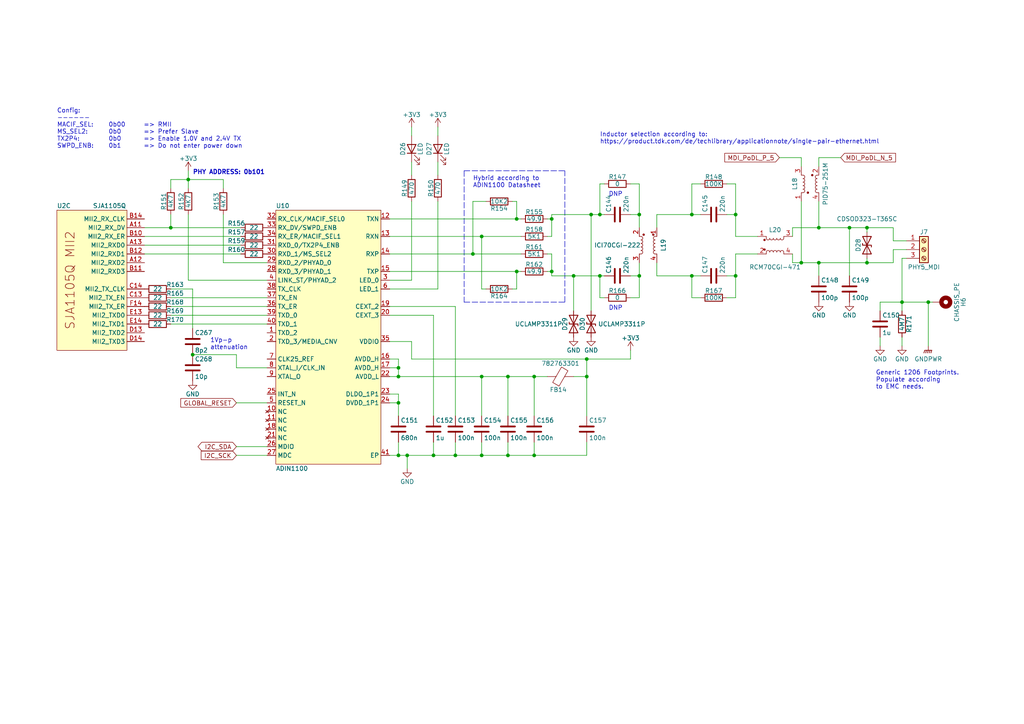
<source format=kicad_sch>
(kicad_sch (version 20211123) (generator eeschema)
  (paper "A4")
  (title_block (title "Open Hardware 10Base-T1L Switch") (date "2023-04-07") (rev "REV A") (company "Peter Heinrich") (comment 1 "Open Hardware License CERN-OHL-P v2") (comment 2 "https://github.com/peterheinrich/Open_10Base-T1L_Switch"))
  (lib_symbols
    (symbol "ADIN1100:ADIN1100"
      (property "Reference" "U" (at 0 1.27 0))
      (property "Value" "ADIN1100" (at 0 -74.93 0))
      (symbol "ADIN1100_1_1"
        (pin input line (at -2.54 -35.56 0) (length 2.54) (name "TXD_2") (number "1"))
        (pin no_connect line (at -2.54 -58.42 0) (length 2.54) (name "NC") (number "10"))
        (pin no_connect line (at -2.54 -60.96 0) (length 2.54) (name "NC") (number "11"))
        (pin bidirectional line (at 33.02 -2.54 180) (length 2.54) (name "TXN") (number "12"))
        (pin bidirectional line (at 33.02 -7.62 180) (length 2.54) (name "RXN") (number "13"))
        (pin bidirectional line (at 33.02 -12.7 180) (length 2.54) (name "RXP") (number "14"))
        (pin bidirectional line (at 33.02 -17.78 180) (length 2.54) (name "TXP") (number "15"))
        (pin power_in line (at 33.02 -43.18 180) (length 2.54) (name "AVDD_H") (number "16"))
        (pin power_in line (at 33.02 -45.72 180) (length 2.54) (name "AVDD_H") (number "17"))
        (pin no_connect line (at -2.54 -63.5 0) (length 2.54) (name "NC") (number "18"))
        (pin input line (at 33.02 -27.94 180) (length 2.54) (name "CEXT_2") (number "19"))
        (pin input line (at -2.54 -38.1 0) (length 2.54) (name "TXD_3/MEDIA_CNV") (number "2"))
        (pin input line (at 33.02 -30.48 180) (length 2.54) (name "CEXT_3") (number "20"))
        (pin no_connect line (at -2.54 -66.04 0) (length 2.54) (name "NC") (number "21"))
        (pin power_in line (at 33.02 -48.26 180) (length 2.54) (name "AVDD_L") (number "22"))
        (pin power_in line (at 33.02 -53.34 180) (length 2.54) (name "DLDO_1P1") (number "23"))
        (pin power_in line (at 33.02 -55.88 180) (length 2.54) (name "DVDD_1P1") (number "24"))
        (pin output line (at -2.54 -53.34 0) (length 2.54) (name "INT_N") (number "25"))
        (pin bidirectional line (at -2.54 -68.58 0) (length 2.54) (name "MDIO") (number "26"))
        (pin input line (at -2.54 -71.12 0) (length 2.54) (name "MDC") (number "27"))
        (pin output line (at -2.54 -17.78 0) (length 2.54) (name "RXD_3/PHYAD_1") (number "28"))
        (pin output line (at -2.54 -15.24 0) (length 2.54) (name "RXD_2/PHYAD_0") (number "29"))
        (pin output line (at 33.02 -20.32 180) (length 2.54) (name "LED_0") (number "3"))
        (pin output line (at -2.54 -12.7 0) (length 2.54) (name "RXD_1/MS_SEL2") (number "30"))
        (pin output line (at -2.54 -10.16 0) (length 2.54) (name "RXD_0/TX2P4_ENB") (number "31"))
        (pin output line (at -2.54 -2.54 0) (length 2.54) (name "RX_CLK/MACIF_SEL0") (number "32"))
        (pin output line (at -2.54 -5.08 0) (length 2.54) (name "RX_DV/SWPD_ENB") (number "33"))
        (pin output line (at -2.54 -7.62 0) (length 2.54) (name "RX_ER/MACIF_SEL1") (number "34"))
        (pin power_in line (at 33.02 -38.1 180) (length 2.54) (name "VDDIO") (number "35"))
        (pin input line (at -2.54 -27.94 0) (length 2.54) (name "TX_ER") (number "36"))
        (pin input line (at -2.54 -25.4 0) (length 2.54) (name "TX_EN") (number "37"))
        (pin output line (at -2.54 -22.86 0) (length 2.54) (name "TX_CLK") (number "38"))
        (pin input line (at -2.54 -30.48 0) (length 2.54) (name "TXD_0") (number "39"))
        (pin output line (at -2.54 -20.32 0) (length 2.54) (name "LINK_ST/PHYAD_2") (number "4"))
        (pin input line (at -2.54 -33.02 0) (length 2.54) (name "TXD_1") (number "40"))
        (pin power_in line (at 33.02 -71.12 180) (length 2.54) (name "EP") (number "41"))
        (pin input line (at -2.54 -55.88 0) (length 2.54) (name "RESET_N") (number "5"))
        (pin output line (at 33.02 -22.86 180) (length 2.54) (name "LED_1") (number "6"))
        (pin output line (at -2.54 -43.18 0) (length 2.54) (name "CLK25_REF") (number "7"))
        (pin input line (at -2.54 -45.72 0) (length 2.54) (name "XTAL_I/CLK_IN") (number "8"))
        (pin output line (at -2.54 -48.26 0) (length 2.54) (name "XTAL_O") (number "9"))
      )
    )
    (symbol "Connector:Screw_Terminal_01x03" (pin_names (offset 1.016) hide)
      (property "Reference" "J" (at 0 5.08 0))
      (property "Value" "Screw_Terminal_01x03" (at 0 -5.08 0))
      (symbol "Screw_Terminal_01x03_1_1"
        (pin passive line (at -5.08 2.54 0) (length 3.81) (name "Pin_1") (number "1"))
        (pin passive line (at -5.08 0 0) (length 3.81) (name "Pin_2") (number "2"))
        (pin passive line (at -5.08 -2.54 0) (length 3.81) (name "Pin_3") (number "3"))
      )
    )
    (symbol "Device:C" (pin_numbers hide) (pin_names (offset 0.254))
      (property "Reference" "C" (at 0.635 2.54 0))
      (property "Value" "C" (at 0.635 -2.54 0))
      (symbol "C_1_1"
        (pin passive line (at 0 3.81 270) (length 2.794) (name "~") (number "1"))
        (pin passive line (at 0 -3.81 90) (length 2.794) (name "~") (number "2"))
      )
    )
    (symbol "Device:D_TVS" (pin_numbers hide) (pin_names (offset 1.016) hide)
      (property "Reference" "D" (at 0 2.54 0))
      (property "Value" "D_TVS" (at 0 -2.54 0))
      (symbol "D_TVS_1_1"
        (pin passive line (at -3.81 0 0) (length 2.54) (name "A1") (number "1"))
        (pin passive line (at 3.81 0 180) (length 2.54) (name "A2") (number "2"))
      )
    )
    (symbol "Device:FerriteBead" (pin_numbers hide) (pin_names (offset 0))
      (property "Reference" "FB" (at -3.81 0.635 90))
      (property "Value" "FerriteBead" (at 3.81 0 90))
      (symbol "FerriteBead_1_1"
        (pin passive line (at 0 3.81 270) (length 2.54) (name "~") (number "1"))
        (pin passive line (at 0 -3.81 90) (length 2.54) (name "~") (number "2"))
      )
    )
    (symbol "Device:LED" (pin_numbers hide) (pin_names (offset 1.016) hide)
      (property "Reference" "D" (at 0 2.54 0))
      (property "Value" "LED" (at 0 -2.54 0))
      (symbol "LED_1_1"
        (pin passive line (at -3.81 0 0) (length 2.54) (name "K") (number "1"))
        (pin passive line (at 3.81 0 180) (length 2.54) (name "A") (number "2"))
      )
    )
    (symbol "Device:L_Coupled_1324" (pin_names (offset 0.254) hide)
      (property "Reference" "L" (at 0 4.445 0))
      (property "Value" "L_Coupled_1324" (at 0 -4.445 0))
      (symbol "L_Coupled_1324_1_1"
        (pin passive line (at -5.08 2.54 0) (length 2.54) (name "1") (number "1"))
        (pin passive line (at -5.08 -2.54 0) (length 2.54) (name "2") (number "2"))
        (pin passive line (at 5.08 2.54 180) (length 2.54) (name "3") (number "3"))
        (pin passive line (at 5.08 -2.54 180) (length 2.54) (name "4") (number "4"))
      )
    )
    (symbol "Device:L_Coupled_1423" (pin_names (offset 0.254) hide)
      (property "Reference" "L" (at 0 4.445 0))
      (property "Value" "L_Coupled_1423" (at 0 -4.445 0))
      (symbol "L_Coupled_1423_1_1"
        (pin passive line (at -5.08 2.54 0) (length 2.54) (name "1") (number "1"))
        (pin passive line (at -5.08 -2.54 0) (length 2.54) (name "2") (number "2"))
        (pin passive line (at 5.08 -2.54 180) (length 2.54) (name "3") (number "3"))
        (pin passive line (at 5.08 2.54 180) (length 2.54) (name "4") (number "4"))
      )
    )
    (symbol "Device:R" (pin_numbers hide) (pin_names (offset 0))
      (property "Reference" "R" (at 2.032 0 90))
      (property "Value" "R" (at 0 0 90))
      (symbol "R_1_1"
        (pin passive line (at 0 3.81 270) (length 1.27) (name "~") (number "1"))
        (pin passive line (at 0 -3.81 90) (length 1.27) (name "~") (number "2"))
      )
    )
    (symbol "L_differential_1324:L_Coupled_1324" (pin_names (offset 0.254) hide)
      (property "Reference" "L?" (at 0 4.445 0))
      (property "Value" "L_Coupled_1324" (at 0 -4.445 0))
      (symbol "L_Coupled_1324_1_1"
        (pin passive line (at -5.08 2.54 0) (length 2.54) (name "1") (number "1"))
        (pin passive line (at 5.08 -2.54 180) (length 2.54) (name "2") (number "2"))
        (pin passive line (at 5.08 2.54 180) (length 2.54) (name "3") (number "3"))
        (pin passive line (at -5.08 -2.54 0) (length 2.54) (name "4") (number "4"))
      )
    )
    (symbol "Mechanical:MountingHole_Pad" (pin_numbers hide) (pin_names (offset 1.016) hide)
      (property "Reference" "H" (at 0 6.35 0))
      (property "Value" "MountingHole_Pad" (at 0 4.445 0))
      (symbol "MountingHole_Pad_1_1"
        (pin input line (at 0 -2.54 90) (length 2.54) (name "1") (number "1"))
      )
    )
    (symbol "SJA1105Q:SJA1105Q"
      (property "Reference" "U" (at 0 1.27 0))
      (property "Value" "SJA1105Q" (at 15.24 1.27 0))
      (symbol "SJA1105Q_1_1"
        (text "SJA1105Q MII0" (at 3.81 -20.32 900) (effects (font (size 2.54 2.54))))
        (pin output line (at 25.4 -30.48 180) (length 5.08) (name "MII0_TXD0") (number "A2"))
        (pin output line (at 25.4 -27.94 180) (length 5.08) (name "MII0_TX_ER") (number "A3"))
        (pin output line (at 25.4 -33.02 180) (length 5.08) (name "MII0_TXD1") (number "B1"))
        (pin output line (at 25.4 -38.1 180) (length 5.08) (name "MII0_TXD3") (number "C1"))
        (pin output line (at 25.4 -35.56 180) (length 5.08) (name "MII0_TXD2") (number "C2"))
        (pin bidirectional line (at 25.4 -22.86 180) (length 5.08) (name "MII0_TX_CLK") (number "D1"))
        (pin output line (at 25.4 -25.4 180) (length 5.08) (name "MII0_TX_EN") (number "D2"))
        (pin input line (at 25.4 -10.16 180) (length 5.08) (name "MII0_RXD0") (number "E1"))
        (pin bidirectional line (at 25.4 -2.54 180) (length 5.08) (name "MII0_RX_CLK") (number "E2"))
        (pin input line (at 25.4 -15.24 180) (length 5.08) (name "MII0_RXD2") (number "F1"))
        (pin input line (at 25.4 -12.7 180) (length 5.08) (name "MII0_RXD1") (number "F2"))
        (pin input line (at 25.4 -5.08 180) (length 5.08) (name "MII0_RX_DV") (number "G1"))
        (pin input line (at 25.4 -17.78 180) (length 5.08) (name "MII0_RXD3") (number "G2"))
        (pin input line (at 25.4 -7.62 180) (length 5.08) (name "MII0_RX_ER") (number "H2"))
      )
      (symbol "SJA1105Q_2_1"
        (text "SJA1105Q MII1" (at 3.81 -20.32 900) (effects (font (size 2.54 2.54))))
        (pin output line (at 25.4 -27.94 180) (length 5.08) (name "MII1_TX_ER") (number "A10"))
        (pin input line (at 25.4 -5.08 180) (length 5.08) (name "MII1_RX_DV") (number "A4"))
        (pin input line (at 25.4 -15.24 180) (length 5.08) (name "MII1_RXD2") (number "A5"))
        (pin input line (at 25.4 -10.16 180) (length 5.08) (name "MII1_RXD0") (number "A6"))
        (pin bidirectional line (at 25.4 -22.86 180) (length 5.08) (name "MII1_TX_CLK") (number "A7"))
        (pin output line (at 25.4 -38.1 180) (length 5.08) (name "MII1_TXD3") (number "A8"))
        (pin output line (at 25.4 -33.02 180) (length 5.08) (name "MII1_TXD1") (number "A9"))
        (pin input line (at 25.4 -7.62 180) (length 5.08) (name "MII1_RX_ER") (number "B3"))
        (pin input line (at 25.4 -17.78 180) (length 5.08) (name "MII1_RXD3") (number "B4"))
        (pin input line (at 25.4 -12.7 180) (length 5.08) (name "MII1_RXD1") (number "B5"))
        (pin bidirectional line (at 25.4 -2.54 180) (length 5.08) (name "MII1_RX_CLK") (number "B6"))
        (pin output line (at 25.4 -25.4 180) (length 5.08) (name "MII1_TX_EN") (number "B7"))
        (pin output line (at 25.4 -35.56 180) (length 5.08) (name "MII1_TXD2") (number "B8"))
        (pin output line (at 25.4 -30.48 180) (length 5.08) (name "MII1_TXD0") (number "B9"))
      )
      (symbol "SJA1105Q_3_1"
        (text "SJA1105Q MII2" (at 3.81 -20.32 900) (effects (font (size 2.54 2.54))))
        (pin input line (at 25.4 -5.08 180) (length 5.08) (name "MII2_RX_DV") (number "A11"))
        (pin input line (at 25.4 -15.24 180) (length 5.08) (name "MII2_RXD2") (number "A12"))
        (pin input line (at 25.4 -10.16 180) (length 5.08) (name "MII2_RXD0") (number "A13"))
        (pin input line (at 25.4 -7.62 180) (length 5.08) (name "MII2_RX_ER") (number "B10"))
        (pin input line (at 25.4 -17.78 180) (length 5.08) (name "MII2_RXD3") (number "B11"))
        (pin input line (at 25.4 -12.7 180) (length 5.08) (name "MII2_RXD1") (number "B12"))
        (pin bidirectional line (at 25.4 -2.54 180) (length 5.08) (name "MII2_RX_CLK") (number "B14"))
        (pin output line (at 25.4 -25.4 180) (length 5.08) (name "MII2_TX_EN") (number "C13"))
        (pin bidirectional line (at 25.4 -22.86 180) (length 5.08) (name "MII2_TX_CLK") (number "C14"))
        (pin output line (at 25.4 -35.56 180) (length 5.08) (name "MII2_TXD2") (number "D13"))
        (pin output line (at 25.4 -38.1 180) (length 5.08) (name "MII2_TXD3") (number "D14"))
        (pin output line (at 25.4 -30.48 180) (length 5.08) (name "MII2_TXD0") (number "E13"))
        (pin output line (at 25.4 -33.02 180) (length 5.08) (name "MII2_TXD1") (number "E14"))
        (pin output line (at 25.4 -27.94 180) (length 5.08) (name "MII2_TX_ER") (number "F14"))
      )
      (symbol "SJA1105Q_4_1"
        (text "SJA1105Q MII3" (at 3.81 -20.32 900) (effects (font (size 2.54 2.54))))
        (pin input line (at 25.4 -7.62 180) (length 5.08) (name "MII3_RX_ER") (number "F13"))
        (pin input line (at 25.4 -17.78 180) (length 5.08) (name "MII3_RXD3") (number "G13"))
        (pin input line (at 25.4 -5.08 180) (length 5.08) (name "MII3_RX_DV") (number "G14"))
        (pin input line (at 25.4 -12.7 180) (length 5.08) (name "MII3_RXD1") (number "H13"))
        (pin input line (at 25.4 -15.24 180) (length 5.08) (name "MII3_RXD2") (number "H14"))
        (pin bidirectional line (at 25.4 -2.54 180) (length 5.08) (name "MII3_RX_CLK") (number "J13"))
        (pin input line (at 25.4 -10.16 180) (length 5.08) (name "MII3_RXD0") (number "J14"))
        (pin output line (at 25.4 -25.4 180) (length 5.08) (name "MII3_TX_EN") (number "K13"))
        (pin bidirectional line (at 25.4 -22.86 180) (length 5.08) (name "MII3_TX_CLK") (number "K14"))
        (pin output line (at 25.4 -35.56 180) (length 5.08) (name "MII3_TXD2") (number "L13"))
        (pin output line (at 25.4 -38.1 180) (length 5.08) (name "MII3_TXD3") (number "L14"))
        (pin output line (at 25.4 -30.48 180) (length 5.08) (name "MII3_TXD0") (number "M13"))
        (pin output line (at 25.4 -33.02 180) (length 5.08) (name "MII3_TXD1") (number "M14"))
        (pin output line (at 25.4 -27.94 180) (length 5.08) (name "MII3_TX_ER") (number "N14"))
      )
      (symbol "SJA1105Q_5_1"
        (text "SJA1105Q MII4" (at 3.81 -20.32 900) (effects (font (size 2.54 2.54))))
        (pin input line (at 25.4 -10.16 180) (length 5.08) (name "MII4_RXD0") (number "N10"))
        (pin input line (at 25.4 -15.24 180) (length 5.08) (name "MII4_RXD2") (number "N11"))
        (pin input line (at 25.4 -5.08 180) (length 5.08) (name "MII4_RX_DV") (number "N12"))
        (pin output line (at 25.4 -33.02 180) (length 5.08) (name "MII4_TXD1") (number "N7"))
        (pin output line (at 25.4 -38.1 180) (length 5.08) (name "MII4_TXD3") (number "N8"))
        (pin bidirectional line (at 25.4 -22.86 180) (length 5.08) (name "MII4_TX_CLK") (number "N9"))
        (pin bidirectional line (at 25.4 -2.54 180) (length 5.08) (name "MII4_RX_CLK") (number "P10"))
        (pin input line (at 25.4 -12.7 180) (length 5.08) (name "MII4_RXD1") (number "P11"))
        (pin input line (at 25.4 -17.78 180) (length 5.08) (name "MII4_RXD3") (number "P12"))
        (pin input line (at 25.4 -7.62 180) (length 5.08) (name "MII4_RX_ER") (number "P13"))
        (pin output line (at 25.4 -27.94 180) (length 5.08) (name "MII4_TX_ER") (number "P6"))
        (pin output line (at 25.4 -30.48 180) (length 5.08) (name "MII4_TXD0") (number "P7"))
        (pin output line (at 25.4 -35.56 180) (length 5.08) (name "MII4_TXD2") (number "P8"))
        (pin output line (at 25.4 -25.4 180) (length 5.08) (name "MII4_TX_EN") (number "P9"))
      )
      (symbol "SJA1105Q_6_1"
        (text "SJA1105Q CLK" (at 15.24 -17.78 900) (effects (font (size 2.54 2.54))))
        (pin output line (at -5.08 -2.54 0) (length 5.08) (name "CLK_OUT") (number "H1"))
        (pin input line (at -5.08 -20.32 0) (length 5.08) (name "OSC_IN") (number "K2"))
        (pin output line (at -5.08 -7.62 0) (length 5.08) (name "OSC_OUT") (number "L1"))
        (pin power_in line (at 33.02 -17.78 180) (length 5.08) (name "i.c.") (number "L4"))
        (pin input line (at 33.02 -2.54 180) (length 5.08) (name "TRST_N") (number "M1"))
        (pin input line (at 33.02 -10.16 180) (length 5.08) (name "TDI") (number "M2"))
        (pin input line (at 33.02 -12.7 180) (length 5.08) (name "TCK") (number "N1"))
        (pin output line (at 33.02 -7.62 180) (length 5.08) (name "TDO") (number "N3"))
        (pin bidirectional line (at -5.08 -33.02 0) (length 5.08) (name "PTP_CLK") (number "N4"))
        (pin input line (at 33.02 -25.4 180) (length 5.08) (name "SDI") (number "N5"))
        (pin input line (at 33.02 -30.48 180) (length 5.08) (name "SS_N") (number "N6"))
        (pin input line (at 33.02 -5.08 180) (length 5.08) (name "TMS") (number "P2"))
        (pin input line (at 33.02 -33.02 180) (length 5.08) (name "RST_N") (number "P3"))
        (pin output line (at 33.02 -27.94 180) (length 5.08) (name "SDO") (number "P4"))
        (pin input line (at 33.02 -22.86 180) (length 5.08) (name "SCK") (number "P5"))
      )
      (symbol "SJA1105Q_7_1"
        (text "SJA1105Q Power" (at 12.7 -48.26 900) (effects (font (size 2.54 2.54))))
        (pin power_in line (at -5.08 -2.54 0) (length 5.08) (name "VSS") (number "A1"))
        (pin power_in line (at 33.02 -88.9 180) (length 5.08) (name "VSS") (number "A14"))
        (pin power_in line (at 33.02 -83.82 180) (length 5.08) (name "VSS") (number "B13"))
        (pin power_in line (at 33.02 -48.26 180) (length 5.08) (name "VDDIO_MII2") (number "D10"))
        (pin power_in line (at 33.02 -50.8 180) (length 5.08) (name "VDDIO_MII2") (number "D11"))
        (pin power_in line (at 33.02 -33.02 180) (length 5.08) (name "VDDIO_MII0") (number "D4"))
        (pin power_in line (at 33.02 -40.64 180) (length 5.08) (name "VDDIO_MII1") (number "D5"))
        (pin power_in line (at 33.02 -7.62 180) (length 5.08) (name "VDD_CORE") (number "D6"))
        (pin power_in line (at 33.02 -43.18 180) (length 5.08) (name "VDDIO_MII1") (number "D7"))
        (pin power_in line (at 33.02 -45.72 180) (length 5.08) (name "VDDIO_MII1") (number "D8"))
        (pin power_in line (at 33.02 -12.7 180) (length 5.08) (name "VDD_CORE") (number "D9"))
        (pin power_in line (at -5.08 -91.44 0) (length 5.08) (name "VSS") (number "E10"))
        (pin power_in line (at 33.02 -53.34 180) (length 5.08) (name "VDDIO_MII2") (number "E11"))
        (pin power_in line (at 33.02 -35.56 180) (length 5.08) (name "VDDIO_MII0") (number "E4"))
        (pin power_in line (at -5.08 -12.7 0) (length 5.08) (name "VSS") (number "E5"))
        (pin power_in line (at -5.08 -27.94 0) (length 5.08) (name "VSS") (number "E6"))
        (pin power_in line (at -5.08 -43.18 0) (length 5.08) (name "VSS") (number "E7"))
        (pin power_in line (at -5.08 -60.96 0) (length 5.08) (name "VSS") (number "E8"))
        (pin power_in line (at -5.08 -76.2 0) (length 5.08) (name "VSS") (number "E9"))
        (pin power_in line (at -5.08 -93.98 0) (length 5.08) (name "VSS") (number "F10"))
        (pin power_in line (at 33.02 -17.78 180) (length 5.08) (name "VDD_CORE") (number "F11"))
        (pin power_in line (at 33.02 -2.54 180) (length 5.08) (name "VDD_CORE") (number "F4"))
        (pin power_in line (at -5.08 -15.24 0) (length 5.08) (name "VSS") (number "F5"))
        (pin power_in line (at -5.08 -30.48 0) (length 5.08) (name "VSS") (number "F6"))
        (pin power_in line (at -5.08 -45.72 0) (length 5.08) (name "VSS") (number "F7"))
        (pin power_in line (at -5.08 -63.5 0) (length 5.08) (name "VSS") (number "F8"))
        (pin power_in line (at -5.08 -78.74 0) (length 5.08) (name "VSS") (number "F9"))
        (pin power_in line (at -5.08 -96.52 0) (length 5.08) (name "VSS") (number "G10"))
        (pin power_in line (at 33.02 -55.88 180) (length 5.08) (name "VDDIO_MII3") (number "G11"))
        (pin power_in line (at 33.02 -38.1 180) (length 5.08) (name "VDDIO_MII0") (number "G4"))
        (pin power_in line (at -5.08 -17.78 0) (length 5.08) (name "VSS") (number "G5"))
        (pin power_in line (at -5.08 -33.02 0) (length 5.08) (name "VSS") (number "G6"))
        (pin power_in line (at -5.08 -48.26 0) (length 5.08) (name "VSS") (number "G7"))
        (pin power_in line (at -5.08 -66.04 0) (length 5.08) (name "VSS") (number "G8"))
        (pin power_in line (at -5.08 -81.28 0) (length 5.08) (name "VSS") (number "G9"))
        (pin power_in line (at 33.02 -76.2 180) (length 5.08) (name "VSS") (number "H10"))
        (pin power_in line (at 33.02 -58.42 180) (length 5.08) (name "VDDIO_MII3") (number "H11"))
        (pin power_in line (at 33.02 -27.94 180) (length 5.08) (name "VDDIO_CLO") (number "H4"))
        (pin power_in line (at -5.08 -20.32 0) (length 5.08) (name "VSS") (number "H5"))
        (pin power_in line (at -5.08 -35.56 0) (length 5.08) (name "VSS") (number "H6"))
        (pin power_in line (at -5.08 -50.8 0) (length 5.08) (name "VSS") (number "H7"))
        (pin power_in line (at -5.08 -68.58 0) (length 5.08) (name "VSS") (number "H8"))
        (pin power_in line (at -5.08 -83.82 0) (length 5.08) (name "VSS") (number "H9"))
        (pin power_in line (at 33.02 -25.4 180) (length 5.08) (name "VDDA_PLL") (number "J1"))
        (pin power_in line (at 33.02 -78.74 180) (length 5.08) (name "VSS") (number "J10"))
        (pin power_in line (at 33.02 -20.32 180) (length 5.08) (name "VDD_CORE") (number "J11"))
        (pin power_in line (at 33.02 -96.52 180) (length 5.08) (name "VSSA_PLL") (number "J2"))
        (pin power_in line (at 33.02 -5.08 180) (length 5.08) (name "VDD_CORE") (number "J4"))
        (pin power_in line (at -5.08 -22.86 0) (length 5.08) (name "VSS") (number "J5"))
        (pin power_in line (at -5.08 -38.1 0) (length 5.08) (name "VSS") (number "J6"))
        (pin power_in line (at -5.08 -53.34 0) (length 5.08) (name "VSS") (number "J7"))
        (pin power_in line (at -5.08 -71.12 0) (length 5.08) (name "VSS") (number "J8"))
        (pin power_in line (at -5.08 -86.36 0) (length 5.08) (name "VSS") (number "J9"))
        (pin power_in line (at 33.02 -22.86 180) (length 5.08) (name "VDDA_OSC") (number "K1"))
        (pin power_in line (at 33.02 -81.28 180) (length 5.08) (name "VSS") (number "K10"))
        (pin power_in line (at 33.02 -60.96 180) (length 5.08) (name "VDDIO_MII3") (number "K11"))
        (pin power_in line (at -5.08 -10.16 0) (length 5.08) (name "VSS") (number "K4"))
        (pin power_in line (at -5.08 -25.4 0) (length 5.08) (name "VSS") (number "K5"))
        (pin power_in line (at -5.08 -40.64 0) (length 5.08) (name "VSS") (number "K6"))
        (pin power_in line (at -5.08 -55.88 0) (length 5.08) (name "VSS") (number "K7"))
        (pin power_in line (at -5.08 -73.66 0) (length 5.08) (name "VSS") (number "K8"))
        (pin power_in line (at -5.08 -88.9 0) (length 5.08) (name "VSS") (number "K9"))
        (pin power_in line (at 33.02 -66.04 180) (length 5.08) (name "VDDIO_MII4") (number "L10"))
        (pin power_in line (at 33.02 -68.58 180) (length 5.08) (name "VDDIO_MII4") (number "L11"))
        (pin power_in line (at 33.02 -93.98 180) (length 5.08) (name "VSSA_OSC") (number "L2"))
        (pin power_in line (at 33.02 -30.48 180) (length 5.08) (name "VDDIO_HOST") (number "L5"))
        (pin power_in line (at 33.02 -10.16 180) (length 5.08) (name "VDD_CORE") (number "L6"))
        (pin power_in line (at -5.08 -58.42 0) (length 5.08) (name "VSS") (number "L7"))
        (pin power_in line (at 33.02 -63.5 180) (length 5.08) (name "VDDIO_MII4") (number "L8"))
        (pin power_in line (at 33.02 -15.24 180) (length 5.08) (name "VDD_CORE") (number "L9"))
        (pin power_in line (at 33.02 -86.36 180) (length 5.08) (name "VSS") (number "N13"))
        (pin power_in line (at -5.08 -7.62 0) (length 5.08) (name "VSS") (number "N2"))
        (pin power_in line (at -5.08 -5.08 0) (length 5.08) (name "VSS") (number "P1"))
        (pin power_in line (at 33.02 -91.44 180) (length 5.08) (name "VSS") (number "P14"))
      )
    )
    (symbol "power:+3V3" (power) (pin_names (offset 0))
      (property "Value" "+3V3" (at 0 3.556 0))
      (symbol "+3V3_1_1"
        (pin power_in line (at 0 0 90) (length 0) hide (name "+3V3") (number "1"))
      )
    )
    (symbol "power:GND" (power) (pin_names (offset 0))
      (property "Value" "GND" (at 0 -3.81 0))
      (symbol "GND_1_1"
        (pin power_in line (at 0 0 270) (length 0) hide (name "GND") (number "1"))
      )
    )
    (symbol "power:GNDPWR" (power) (pin_names (offset 0))
      (property "Value" "GNDPWR" (at 0 -3.302 0))
      (symbol "GNDPWR_1_1"
        (pin power_in line (at 0 0 270) (length 0) hide (name "GNDPWR") (number "1"))
      )
    )
  )
  (junction (at 170.18 109.22))
  (junction (at 139.7 132.08))
  (junction (at 115.57 109.22))
  (junction (at 166.37 80.01))
  (junction (at 269.24 87.63))
  (junction (at 154.94 132.08))
  (junction (at 139.7 109.22))
  (junction (at 118.11 132.08))
  (junction (at 115.57 132.08))
  (junction (at 170.18 104.14))
  (junction (at 115.57 116.84))
  (junction (at 185.42 62.23))
  (junction (at 149.86 63.5))
  (junction (at 54.61 52.07))
  (junction (at 213.36 62.23))
  (junction (at 55.88 102.87))
  (junction (at 49.53 66.04))
  (junction (at 237.49 66.04))
  (junction (at 139.7 68.58))
  (junction (at 125.73 132.08))
  (junction (at 137.16 73.66))
  (junction (at 200.66 80.01))
  (junction (at 251.46 76.2))
  (junction (at 200.66 62.23))
  (junction (at 171.45 62.23))
  (junction (at 185.42 80.01))
  (junction (at 232.41 76.2))
  (junction (at 154.94 109.22))
  (junction (at 147.32 109.22))
  (junction (at 213.36 80.01))
  (junction (at 147.32 132.08))
  (junction (at 261.62 87.63))
  (junction (at 160.02 78.74))
  (junction (at 237.49 76.2))
  (junction (at 251.46 66.04))
  (junction (at 246.38 66.04))
  (junction (at 149.86 78.74))
  (junction (at 173.99 80.01))
  (junction (at 115.57 106.68))
  (junction (at 132.08 132.08))
  (junction (at 160.02 63.5))
  (junction (at 173.99 62.23))
  (wire (pts (xy 147.32 120.65) (xy 147.32 109.22)))
  (wire (pts (xy 166.37 80.01) (xy 166.37 90.17)))
  (wire (pts (xy 170.18 104.14) (xy 170.18 109.22)))
  (wire (pts (xy 170.18 109.22) (xy 166.37 109.22)))
  (wire (pts (xy 269.24 87.63) (xy 261.62 87.63)))
  (wire (pts (xy 213.36 86.36) (xy 213.36 80.01)))
  (wire (pts (xy 139.7 68.58) (xy 151.13 68.58)))
  (wire (pts (xy 175.26 80.01) (xy 173.99 80.01)))
  (wire (pts (xy 190.5 62.23) (xy 190.5 66.04)))
  (wire (pts (xy 200.66 80.01) (xy 203.2 80.01)))
  (wire (pts (xy 170.18 109.22) (xy 170.18 120.65)))
  (wire (pts (xy 148.59 58.42) (xy 149.86 58.42)))
  (wire (pts (xy 68.58 116.84) (xy 77.47 116.84)))
  (wire (pts (xy 200.66 53.34) (xy 200.66 62.23)))
  (wire (pts (xy 49.53 83.82) (xy 55.88 83.82)))
  (wire (pts (xy 190.5 62.23) (xy 200.66 62.23)))
  (wire (pts (xy 127 83.82) (xy 127 58.42)))
  (wire (pts (xy 113.03 106.68) (xy 115.57 106.68)))
  (wire (pts (xy 132.08 88.9) (xy 132.08 120.65)))
  (wire (pts (xy 213.36 62.23) (xy 213.36 68.58)))
  (wire (pts (xy 125.73 120.65) (xy 125.73 91.44)))
  (wire (pts (xy 113.03 78.74) (xy 149.86 78.74)))
  (wire (pts (xy 115.57 116.84) (xy 115.57 120.65)))
  (wire (pts (xy 160.02 80.01) (xy 160.02 78.74)))
  (wire (pts (xy 154.94 109.22) (xy 158.75 109.22)))
  (wire (pts (xy 237.49 45.72) (xy 243.84 45.72)))
  (wire (pts (xy 125.73 91.44) (xy 113.03 91.44)))
  (wire (pts (xy 115.57 116.84) (xy 113.03 116.84)))
  (wire (pts (xy 119.38 36.83) (xy 119.38 39.37)))
  (wire (pts (xy 226.06 45.72) (xy 232.41 45.72)))
  (wire (pts (xy 54.61 49.53) (xy 54.61 52.07)))
  (wire (pts (xy 140.97 83.82) (xy 139.7 83.82)))
  (wire (pts (xy 173.99 80.01) (xy 166.37 80.01)))
  (wire (pts (xy 41.91 73.66) (xy 69.85 73.66)))
  (wire (pts (xy 170.18 104.14) (xy 182.88 104.14)))
  (wire (pts (xy 270.51 87.63) (xy 269.24 87.63)))
  (wire (pts (xy 229.87 76.2) (xy 232.41 76.2)))
  (wire (pts (xy 139.7 132.08) (xy 139.7 128.27)))
  (wire (pts (xy 139.7 132.08) (xy 147.32 132.08)))
  (wire (pts (xy 160.02 62.23) (xy 171.45 62.23)))
  (wire (pts (xy 259.08 72.39) (xy 259.08 76.2)))
  (wire (pts (xy 113.03 63.5) (xy 149.86 63.5)))
  (wire (pts (xy 113.03 73.66) (xy 137.16 73.66)))
  (wire (pts (xy 190.5 80.01) (xy 200.66 80.01)))
  (wire (pts (xy 210.82 62.23) (xy 213.36 62.23)))
  (wire (pts (xy 68.58 129.54) (xy 77.47 129.54)))
  (wire (pts (xy 158.75 68.58) (xy 160.02 68.58)))
  (wire (pts (xy 261.62 87.63) (xy 261.62 74.93)))
  (wire (pts (xy 149.86 78.74) (xy 149.86 83.82)))
  (polyline (pts (xy 134.62 49.53) (xy 134.62 87.63)))
  (wire (pts (xy 203.2 53.34) (xy 200.66 53.34)))
  (wire (pts (xy 77.47 76.2) (xy 64.77 76.2)))
  (wire (pts (xy 261.62 87.63) (xy 255.27 87.63)))
  (wire (pts (xy 255.27 97.79) (xy 255.27 100.33)))
  (wire (pts (xy 158.75 63.5) (xy 160.02 63.5)))
  (wire (pts (xy 125.73 132.08) (xy 125.73 128.27)))
  (wire (pts (xy 203.2 86.36) (xy 200.66 86.36)))
  (wire (pts (xy 68.58 132.08) (xy 77.47 132.08)))
  (wire (pts (xy 64.77 76.2) (xy 64.77 62.23)))
  (wire (pts (xy 251.46 66.04) (xy 259.08 66.04)))
  (wire (pts (xy 49.53 66.04) (xy 69.85 66.04)))
  (wire (pts (xy 182.88 86.36) (xy 185.42 86.36)))
  (wire (pts (xy 185.42 86.36) (xy 185.42 80.01)))
  (wire (pts (xy 119.38 46.99) (xy 119.38 50.8)))
  (wire (pts (xy 115.57 106.68) (xy 115.57 109.22)))
  (wire (pts (xy 158.75 78.74) (xy 160.02 78.74)))
  (wire (pts (xy 170.18 132.08) (xy 170.18 128.27)))
  (wire (pts (xy 261.62 74.93) (xy 262.89 74.93)))
  (wire (pts (xy 158.75 73.66) (xy 160.02 73.66)))
  (wire (pts (xy 77.47 81.28) (xy 54.61 81.28)))
  (wire (pts (xy 119.38 81.28) (xy 113.03 81.28)))
  (wire (pts (xy 68.58 106.68) (xy 77.47 106.68)))
  (wire (pts (xy 115.57 104.14) (xy 115.57 106.68)))
  (wire (pts (xy 55.88 102.87) (xy 68.58 102.87)))
  (wire (pts (xy 41.91 68.58) (xy 69.85 68.58)))
  (wire (pts (xy 154.94 132.08) (xy 154.94 128.27)))
  (wire (pts (xy 41.91 66.04) (xy 49.53 66.04)))
  (wire (pts (xy 49.53 91.44) (xy 77.47 91.44)))
  (wire (pts (xy 49.53 86.36) (xy 77.47 86.36)))
  (wire (pts (xy 259.08 69.85) (xy 259.08 66.04)))
  (wire (pts (xy 147.32 109.22) (xy 139.7 109.22)))
  (wire (pts (xy 213.36 53.34) (xy 213.36 62.23)))
  (wire (pts (xy 251.46 76.2) (xy 259.08 76.2)))
  (wire (pts (xy 113.03 114.3) (xy 115.57 114.3)))
  (wire (pts (xy 173.99 62.23) (xy 175.26 62.23)))
  (wire (pts (xy 246.38 66.04) (xy 251.46 66.04)))
  (wire (pts (xy 160.02 78.74) (xy 160.02 73.66)))
  (wire (pts (xy 149.86 78.74) (xy 151.13 78.74)))
  (wire (pts (xy 113.03 88.9) (xy 132.08 88.9)))
  (wire (pts (xy 115.57 128.27) (xy 115.57 132.08)))
  (wire (pts (xy 210.82 53.34) (xy 213.36 53.34)))
  (wire (pts (xy 232.41 76.2) (xy 237.49 76.2)))
  (wire (pts (xy 139.7 68.58) (xy 139.7 83.82)))
  (wire (pts (xy 154.94 120.65) (xy 154.94 109.22)))
  (wire (pts (xy 115.57 109.22) (xy 113.03 109.22)))
  (polyline (pts (xy 134.62 87.63) (xy 163.83 87.63)))
  (polyline (pts (xy 163.83 87.63) (xy 163.83 49.53)))
  (wire (pts (xy 49.53 52.07) (xy 54.61 52.07)))
  (wire (pts (xy 132.08 132.08) (xy 125.73 132.08)))
  (wire (pts (xy 115.57 132.08) (xy 118.11 132.08)))
  (wire (pts (xy 49.53 88.9) (xy 77.47 88.9)))
  (wire (pts (xy 137.16 73.66) (xy 151.13 73.66)))
  (wire (pts (xy 113.03 104.14) (xy 115.57 104.14)))
  (wire (pts (xy 261.62 97.79) (xy 261.62 100.33)))
  (wire (pts (xy 115.57 114.3) (xy 115.57 116.84)))
  (wire (pts (xy 210.82 86.36) (xy 213.36 86.36)))
  (wire (pts (xy 49.53 62.23) (xy 49.53 66.04)))
  (wire (pts (xy 213.36 73.66) (xy 213.36 80.01)))
  (wire (pts (xy 200.66 62.23) (xy 203.2 62.23)))
  (wire (pts (xy 219.71 68.58) (xy 213.36 68.58)))
  (wire (pts (xy 219.71 73.66) (xy 213.36 73.66)))
  (wire (pts (xy 237.49 58.42) (xy 237.49 66.04)))
  (wire (pts (xy 154.94 132.08) (xy 170.18 132.08)))
  (wire (pts (xy 55.88 83.82) (xy 55.88 95.25)))
  (wire (pts (xy 147.32 132.08) (xy 154.94 132.08)))
  (wire (pts (xy 182.88 80.01) (xy 185.42 80.01)))
  (wire (pts (xy 118.11 132.08) (xy 125.73 132.08)))
  (wire (pts (xy 118.11 132.08) (xy 118.11 135.89)))
  (wire (pts (xy 237.49 76.2) (xy 251.46 76.2)))
  (wire (pts (xy 113.03 99.06) (xy 119.38 99.06)))
  (wire (pts (xy 229.87 66.04) (xy 237.49 66.04)))
  (wire (pts (xy 182.88 62.23) (xy 185.42 62.23)))
  (wire (pts (xy 185.42 62.23) (xy 185.42 66.04)))
  (wire (pts (xy 171.45 62.23) (xy 171.45 90.17)))
  (wire (pts (xy 262.89 72.39) (xy 259.08 72.39)))
  (wire (pts (xy 160.02 62.23) (xy 160.02 63.5)))
  (wire (pts (xy 113.03 132.08) (xy 115.57 132.08)))
  (wire (pts (xy 229.87 76.2) (xy 229.87 73.66)))
  (wire (pts (xy 261.62 87.63) (xy 261.62 90.17)))
  (wire (pts (xy 154.94 109.22) (xy 147.32 109.22)))
  (wire (pts (xy 269.24 87.63) (xy 269.24 100.33)))
  (wire (pts (xy 119.38 104.14) (xy 170.18 104.14)))
  (wire (pts (xy 132.08 132.08) (xy 139.7 132.08)))
  (wire (pts (xy 139.7 109.22) (xy 115.57 109.22)))
  (polyline (pts (xy 134.62 49.53) (xy 163.83 49.53)))
  (wire (pts (xy 175.26 53.34) (xy 173.99 53.34)))
  (wire (pts (xy 137.16 58.42) (xy 137.16 73.66)))
  (wire (pts (xy 160.02 63.5) (xy 160.02 68.58)))
  (wire (pts (xy 173.99 86.36) (xy 173.99 80.01)))
  (wire (pts (xy 127 36.83) (xy 127 39.37)))
  (wire (pts (xy 213.36 80.01) (xy 210.82 80.01)))
  (wire (pts (xy 175.26 86.36) (xy 173.99 86.36)))
  (wire (pts (xy 190.5 80.01) (xy 190.5 76.2)))
  (wire (pts (xy 185.42 53.34) (xy 185.42 62.23)))
  (wire (pts (xy 127 46.99) (xy 127 50.8)))
  (wire (pts (xy 237.49 66.04) (xy 246.38 66.04)))
  (wire (pts (xy 139.7 120.65) (xy 139.7 109.22)))
  (wire (pts (xy 119.38 58.42) (xy 119.38 81.28)))
  (wire (pts (xy 251.46 66.04) (xy 251.46 67.31)))
  (wire (pts (xy 185.42 80.01) (xy 185.42 76.2)))
  (wire (pts (xy 182.88 53.34) (xy 185.42 53.34)))
  (wire (pts (xy 171.45 62.23) (xy 173.99 62.23)))
  (wire (pts (xy 147.32 132.08) (xy 147.32 128.27)))
  (wire (pts (xy 232.41 58.42) (xy 232.41 76.2)))
  (wire (pts (xy 232.41 45.72) (xy 232.41 48.26)))
  (wire (pts (xy 54.61 81.28) (xy 54.61 62.23)))
  (wire (pts (xy 182.88 104.14) (xy 182.88 101.6)))
  (wire (pts (xy 49.53 54.61) (xy 49.53 52.07)))
  (wire (pts (xy 237.49 48.26) (xy 237.49 45.72)))
  (wire (pts (xy 255.27 87.63) (xy 255.27 90.17)))
  (wire (pts (xy 119.38 99.06) (xy 119.38 104.14)))
  (wire (pts (xy 246.38 66.04) (xy 246.38 80.01)))
  (wire (pts (xy 160.02 80.01) (xy 166.37 80.01)))
  (wire (pts (xy 262.89 69.85) (xy 259.08 69.85)))
  (wire (pts (xy 140.97 58.42) (xy 137.16 58.42)))
  (wire (pts (xy 237.49 76.2) (xy 237.49 80.01)))
  (wire (pts (xy 113.03 68.58) (xy 139.7 68.58)))
  (wire (pts (xy 229.87 66.04) (xy 229.87 68.58)))
  (wire (pts (xy 200.66 86.36) (xy 200.66 80.01)))
  (wire (pts (xy 64.77 52.07) (xy 64.77 54.61)))
  (wire (pts (xy 132.08 128.27) (xy 132.08 132.08)))
  (wire (pts (xy 251.46 74.93) (xy 251.46 76.2)))
  (wire (pts (xy 148.59 83.82) (xy 149.86 83.82)))
  (wire (pts (xy 49.53 93.98) (xy 77.47 93.98)))
  (wire (pts (xy 54.61 54.61) (xy 54.61 52.07)))
  (wire (pts (xy 149.86 63.5) (xy 151.13 63.5)))
  (wire (pts (xy 173.99 53.34) (xy 173.99 62.23)))
  (wire (pts (xy 41.91 71.12) (xy 69.85 71.12)))
  (wire (pts (xy 149.86 58.42) (xy 149.86 63.5)))
  (wire (pts (xy 68.58 102.87) (xy 68.58 106.68)))
  (wire (pts (xy 54.61 52.07) (xy 64.77 52.07)))
  (wire (pts (xy 113.03 83.82) (xy 127 83.82)))
  (text "Config:\n------\nMACIF_SEL: 	0b00 	=> RMII\nMS_SEL2: 	0b0 	=> Prefer Slave\nTX2P4: 		0b0 	=> Enable 1.0V and 2.4V TX\nSWPD_ENB: 	0b1 	=> Do not enter power down" (at 16.51 43.18 0) (effects (font (size 1.27 1.27)) (justify left bottom)))
  (text "DNP" (at 176.53 57.15 0) (effects (font (size 1.27 1.27)) (justify left bottom)))
  (text "Generic 1206 Footprints.\nPopulate according \nto EMC needs." (at 254 113.03 0) (effects (font (size 1.27 1.27)) (justify left bottom)))
  (text "DNP" (at 176.53 90.17 0) (effects (font (size 1.27 1.27)) (justify left bottom)))
  (text "Hybrid according to\nADIN1100 Datasheet" (at 137.16 54.61 0) (effects (font (size 1.27 1.27)) (justify left bottom)))
  (text "1Vp-p\nattenuation" (at 60.96 101.6 0) (effects (font (size 1.27 1.27)) (justify left bottom)))
  (text "PHY ADDRESS: 0b101" (at 55.88 50.8 0) (effects (font (size 1.27 1.27) bold) (justify left bottom)))
  (text "Inductor selection according to:\nhttps://product.tdk.com/de/techlibrary/applicationnote/single-pair-ethernet.html" (at 173.99 41.91 0) (effects (font (size 1.27 1.27)) (justify left bottom)))
  (global_label "MDI_PoDL_P_5" (shape input) (at 226.06 45.72 180) (property "Intersheet References" "${INTERSHEET_REFS}" (effects hide)))
  (global_label "I2C_SDA" (shape bidirectional) (at 68.58 129.54 180) (property "Intersheet References" "${INTERSHEET_REFS}" (effects hide)))
  (global_label "MDI_PoDL_N_5" (shape input) (at 243.84 45.72 0) (property "Intersheet References" "${INTERSHEET_REFS}" (effects hide)))
  (global_label "GLOBAL_RESET" (shape input) (at 68.58 116.84 180) (property "Intersheet References" "${INTERSHEET_REFS}" (effects hide)))
  (global_label "I2C_SCK" (shape input) (at 68.58 132.08 180) (property "Intersheet References" "${INTERSHEET_REFS}" (effects hide)))
  (symbol (lib_id "Mechanical:MountingHole_Pad") (at 273.05 87.63 270) (unit 1)
    (property "Reference" "H6" (at 279.4 87.63 0))
    (property "Value" "CHASSIS_PE" (at 277.495 87.63 0))
    (property "Footprint" "MountingHole:MountingHole_3.2mm_M3_Pad_Via" (effects hide))
  )
  (symbol (lib_id "Device:R") (at 154.94 68.58 90) (unit 1)
    (property "Reference" "R158" (at 154.94 66.548 90))
    (property "Value" "5K1" (at 154.94 68.58 90))
    (property "Footprint" "Resistor_SMD:R_0603_1608Metric" (effects hide))
  )
  (symbol (lib_id "Device:R") (at 45.72 88.9 90) (unit 1)
    (property "Reference" "R168" (at 50.8 87.63 90))
    (property "Value" "22" (at 45.72 88.9 90))
    (property "Footprint" "Resistor_SMD:R_0603_1608Metric" (effects hide))
  )
  (symbol (lib_id "Device:C") (at 246.38 83.82 0) (unit 1)
    (property "Reference" "C149" (at 247.015 81.28 0) (effects (justify left)))
    (property "Value" "100p" (at 247.015 86.36 0) (effects (justify left)))
    (property "Footprint" "Capacitor_SMD:C_0805_2012Metric" (effects hide))
  )
  (symbol (lib_id "power:GND") (at 255.27 100.33 0) (unit 1)
    (property "Reference" "#PWR0151" (effects hide))
    (property "Value" "GND" (at 255.27 104.14 0))
  )
  (symbol (lib_id "Device:R") (at 207.01 86.36 90) (unit 1)
    (property "Reference" "R167" (at 207.01 84.328 90))
    (property "Value" "100K" (at 207.01 86.36 90))
    (property "Footprint" "Resistor_SMD:R_0805_2012Metric" (effects hide))
  )
  (symbol (lib_id "power:GND") (at 166.37 97.79 0) (unit 1)
    (property "Reference" "#PWR0147" (effects hide))
    (property "Value" "GND" (at 166.37 101.6 0))
  )
  (symbol (lib_id "Device:D_TVS") (at 171.45 93.98 90) (unit 1)
    (property "Reference" "D30" (at 168.91 93.98 0))
    (property "Value" "UCLAMP3311P" (at 180.34 93.98 90))
    (property "Footprint" "UCLAMP3311P:SLP1006P2" (effects hide))
  )
  (symbol (lib_id "Device:C") (at 179.07 80.01 90) (unit 1)
    (property "Reference" "C146" (at 176.53 79.375 0) (effects (justify left)))
    (property "Value" "220n" (at 181.61 79.375 0) (effects (justify left)))
    (property "Footprint" "Capacitor_SMD:C_0805_2012Metric" (effects hide))
  )
  (symbol (lib_id "Device:R") (at 54.61 58.42 180) (unit 1)
    (property "Reference" "R152" (at 52.578 58.42 90))
    (property "Value" "4K7" (at 54.61 58.42 90))
    (property "Footprint" "Resistor_SMD:R_0603_1608Metric" (effects hide))
  )
  (symbol (lib_id "Device:R") (at 64.77 58.42 180) (unit 1)
    (property "Reference" "R153" (at 62.738 58.42 90))
    (property "Value" "4K7" (at 64.77 58.42 90))
    (property "Footprint" "Resistor_SMD:R_0603_1608Metric" (effects hide))
  )
  (symbol (lib_id "Device:C") (at 207.01 62.23 90) (unit 1)
    (property "Reference" "C145" (at 204.47 61.595 0) (effects (justify left)))
    (property "Value" "220n" (at 209.55 61.595 0) (effects (justify left)))
    (property "Footprint" "Capacitor_SMD:C_0805_2012Metric" (effects hide))
  )
  (symbol (lib_id "power:GND") (at 171.45 97.79 0) (unit 1)
    (property "Reference" "#PWR0148" (effects hide))
    (property "Value" "GND" (at 171.45 101.6 0))
  )
  (symbol (lib_id "Device:C") (at 207.01 80.01 90) (unit 1)
    (property "Reference" "C147" (at 204.47 79.375 0) (effects (justify left)))
    (property "Value" "220n" (at 209.55 79.375 0) (effects (justify left)))
    (property "Footprint" "Capacitor_SMD:C_0805_2012Metric" (effects hide))
  )
  (symbol (lib_id "Device:R") (at 45.72 93.98 90) (unit 1)
    (property "Reference" "R170" (at 50.8 92.71 90))
    (property "Value" "22" (at 45.72 93.98 90))
    (property "Footprint" "Resistor_SMD:R_0603_1608Metric" (effects hide))
  )
  (symbol (lib_id "Device:C") (at 132.08 124.46 0) (unit 1)
    (property "Reference" "C153" (at 132.715 121.92 0) (effects (justify left)))
    (property "Value" "100n" (at 132.715 127 0) (effects (justify left)))
    (property "Footprint" "Capacitor_SMD:C_0603_1608Metric" (effects hide))
  )
  (symbol (lib_id "SJA1105Q:SJA1105Q") (at 16.51 60.96 0) (unit 3)
    (property "Reference" "U2" (at 16.51 59.69 0) (effects (justify left)))
    (property "Value" "SJA1105Q" (at 31.75 59.69 0))
    (property "Footprint" "SJA1105Q:LFBGA_12x12mm_P0.8mm" (effects hide))
    (property "Datasheet" "https://www.nxp.com/docs/en/data-sheet/SJA1105PQRS.pdf" (effects hide))
  )
  (symbol (lib_id "Device:R") (at 127 54.61 180) (unit 1)
    (property "Reference" "R150" (at 124.968 54.61 90))
    (property "Value" "470" (at 127 54.61 90))
    (property "Footprint" "Resistor_SMD:R_0603_1608Metric" (effects hide))
  )
  (symbol (lib_id "power:+3V3") (at 182.88 101.6 0) (unit 1)
    (property "Reference" "#PWR0154" (effects hide))
    (property "Value" "+3V3" (at 182.88 98.044 0))
  )
  (symbol (lib_id "Device:C") (at 125.73 124.46 0) (unit 1)
    (property "Reference" "C152" (at 126.365 121.92 0) (effects (justify left)))
    (property "Value" "1u" (at 126.365 127 0) (effects (justify left)))
    (property "Footprint" "Capacitor_SMD:C_0603_1608Metric" (effects hide))
  )
  (symbol (lib_id "Device:R") (at 73.66 73.66 90) (unit 1)
    (property "Reference" "R160" (at 68.58 72.39 90))
    (property "Value" "22" (at 73.66 73.66 90))
    (property "Footprint" "Resistor_SMD:R_0603_1608Metric" (effects hide))
  )
  (symbol (lib_id "Device:C") (at 154.94 124.46 0) (unit 1)
    (property "Reference" "C156" (at 155.575 121.92 0) (effects (justify left)))
    (property "Value" "100n" (at 155.575 127 0) (effects (justify left)))
    (property "Footprint" "Capacitor_SMD:C_0603_1608Metric" (effects hide))
  )
  (symbol (lib_id "Device:L_Coupled_1324") (at 224.79 71.12 0) (unit 1)
    (property "Reference" "L20" (at 224.79 66.675 0))
    (property "Value" "RCM70CGI-471" (at 224.79 77.47 0))
    (property "Footprint" "ICI70CGI:ICI70CGI" (effects hide))
    (property "Datasheet" "https://product.tdk.com/system/files/dam/doc/product/transformer/transformer/lan/data_sheet/30/ds/lan_mod/rcm70cgi.pdf" (effects hide))
  )
  (symbol (lib_id "L_differential_1324:L_Coupled_1324") (at 234.95 53.34 90) (unit 1)
    (property "Reference" "L18" (at 230.505 53.34 0))
    (property "Value" "PID75-251M" (at 239.395 53.34 0))
    (property "Footprint" "PID75:PID75-251M" (effects hide))
    (property "Datasheet" "https://product.tdk.com/system/files/dam/doc/product/inductor/inductor/smd/data_sheet/30/db/ind_2008/pidx251m.pdf" (effects hide))
  )
  (symbol (lib_id "power:GND") (at 261.62 100.33 0) (unit 1)
    (property "Reference" "#PWR0152" (effects hide))
    (property "Value" "GND" (at 261.62 104.14 0))
  )
  (symbol (lib_id "Device:R") (at 73.66 66.04 90) (unit 1)
    (property "Reference" "R156" (at 68.58 64.77 90))
    (property "Value" "22" (at 73.66 66.04 90))
    (property "Footprint" "Resistor_SMD:R_0603_1608Metric" (effects hide))
  )
  (symbol (lib_id "Device:R") (at 73.66 68.58 90) (unit 1)
    (property "Reference" "R157" (at 68.58 67.31 90))
    (property "Value" "22" (at 73.66 68.58 90))
    (property "Footprint" "Resistor_SMD:R_0603_1608Metric" (effects hide))
  )
  (symbol (lib_id "power:GND") (at 55.88 110.49 0) (unit 1)
    (property "Reference" "#PWR0253" (effects hide))
    (property "Value" "GND" (at 55.88 114.3 0))
  )
  (symbol (lib_id "Device:C") (at 179.07 62.23 90) (unit 1)
    (property "Reference" "C144" (at 176.53 61.595 0) (effects (justify left)))
    (property "Value" "220n" (at 181.61 61.595 0) (effects (justify left)))
    (property "Footprint" "Capacitor_SMD:C_0805_2012Metric" (effects hide))
  )
  (symbol (lib_id "Device:R") (at 45.72 91.44 90) (unit 1)
    (property "Reference" "R169" (at 50.8 90.17 90))
    (property "Value" "22" (at 45.72 91.44 90))
    (property "Footprint" "Resistor_SMD:R_0603_1608Metric" (effects hide))
  )
  (symbol (lib_id "Device:D_TVS") (at 251.46 71.12 90) (unit 1)
    (property "Reference" "D28" (at 248.92 71.12 0))
    (property "Value" "CDSOD323-T36SC" (at 251.46 63.5 90))
    (property "Footprint" "Diode_SMD:D_SOD-323" (effects hide))
  )
  (symbol (lib_id "Device:R") (at 179.07 53.34 90) (unit 1)
    (property "Reference" "R147" (at 179.07 51.308 90))
    (property "Value" "0" (at 179.07 53.34 90))
    (property "Footprint" "Resistor_SMD:R_0805_2012Metric" (effects hide))
  )
  (symbol (lib_id "ADIN1100:ADIN1100") (at 80.01 60.96 0) (unit 1)
    (property "Reference" "U10" (at 80.01 59.69 0) (effects (justify left)))
    (property "Value" "ADIN1100" (at 80.01 135.89 0) (effects (justify left)))
    (property "Footprint" "ADIN1100:LFCSP-40_EP_TheramVias" (effects hide))
    (property "Datasheet" "https://www.analog.com/media/en/technical-documentation/data-sheets/adin1100.pdf" (effects hide))
  )
  (symbol (lib_id "Device:D_TVS") (at 166.37 93.98 90) (unit 1)
    (property "Reference" "D29" (at 163.83 93.98 0))
    (property "Value" "UCLAMP3311P" (at 156.21 93.98 90))
    (property "Footprint" "UCLAMP3311P:SLP1006P2" (effects hide))
  )
  (symbol (lib_id "Device:C") (at 139.7 124.46 0) (unit 1)
    (property "Reference" "C154" (at 140.335 121.92 0) (effects (justify left)))
    (property "Value" "100n" (at 140.335 127 0) (effects (justify left)))
    (property "Footprint" "Capacitor_SMD:C_0603_1608Metric" (effects hide))
  )
  (symbol (lib_id "Device:R") (at 154.94 73.66 90) (unit 1)
    (property "Reference" "R161" (at 154.94 71.628 90))
    (property "Value" "5K1" (at 154.94 73.66 90))
    (property "Footprint" "Resistor_SMD:R_0603_1608Metric" (effects hide))
  )
  (symbol (lib_id "Device:R") (at 49.53 58.42 180) (unit 1)
    (property "Reference" "R151" (at 47.498 58.42 90))
    (property "Value" "4K7" (at 49.53 58.42 90))
    (property "Footprint" "Resistor_SMD:R_0603_1608Metric" (effects hide))
  )
  (symbol (lib_id "Device:C") (at 55.88 106.68 0) (unit 1)
    (property "Reference" "C268" (at 56.515 104.14 0) (effects (justify left)))
    (property "Value" "10p" (at 56.515 109.22 0) (effects (justify left)))
    (property "Footprint" "Capacitor_SMD:C_0603_1608Metric" (effects hide))
  )
  (symbol (lib_id "Device:R") (at 45.72 83.82 90) (unit 1)
    (property "Reference" "R163" (at 50.8 82.55 90))
    (property "Value" "22" (at 45.72 83.82 90))
    (property "Footprint" "Resistor_SMD:R_0603_1608Metric" (effects hide))
  )
  (symbol (lib_id "Device:R") (at 73.66 71.12 90) (unit 1)
    (property "Reference" "R159" (at 68.58 69.85 90))
    (property "Value" "22" (at 73.66 71.12 90))
    (property "Footprint" "Resistor_SMD:R_0603_1608Metric" (effects hide))
  )
  (symbol (lib_id "power:GNDPWR") (at 269.24 100.33 0) (unit 1)
    (property "Reference" "#PWR0153" (effects hide))
    (property "Value" "GNDPWR" (at 269.24 104.14 0))
  )
  (symbol (lib_id "power:GND") (at 118.11 135.89 0) (unit 1)
    (property "Reference" "#PWR0155" (effects hide))
    (property "Value" "GND" (at 118.11 139.7 0))
  )
  (symbol (lib_id "Device:LED") (at 127 43.18 90) (unit 1)
    (property "Reference" "D27" (at 124.46 43.18 0))
    (property "Value" "LED" (at 129.54 43.18 0))
    (property "Footprint" "LED_SMD:LED_0603_1608Metric" (effects hide))
  )
  (symbol (lib_id "Device:R") (at 179.07 86.36 90) (unit 1)
    (property "Reference" "R166" (at 179.07 84.328 90))
    (property "Value" "0" (at 179.07 86.36 90))
    (property "Footprint" "Resistor_SMD:R_0805_2012Metric" (effects hide))
  )
  (symbol (lib_id "Device:R") (at 144.78 83.82 270) (unit 1)
    (property "Reference" "R164" (at 144.78 85.852 90))
    (property "Value" "10K2" (at 144.78 83.82 90))
    (property "Footprint" "Resistor_SMD:R_0603_1608Metric" (effects hide))
  )
  (symbol (lib_id "power:GND") (at 246.38 87.63 0) (unit 1)
    (property "Reference" "#PWR0150" (effects hide))
    (property "Value" "GND" (at 246.38 91.44 0))
  )
  (symbol (lib_id "Device:C") (at 147.32 124.46 0) (unit 1)
    (property "Reference" "C155" (at 147.955 121.92 0) (effects (justify left)))
    (property "Value" "100n" (at 147.955 127 0) (effects (justify left)))
    (property "Footprint" "Capacitor_SMD:C_0603_1608Metric" (effects hide))
  )
  (symbol (lib_id "Device:C") (at 170.18 124.46 0) (unit 1)
    (property "Reference" "C157" (at 170.815 121.92 0) (effects (justify left)))
    (property "Value" "100n" (at 170.815 127 0) (effects (justify left)))
    (property "Footprint" "Capacitor_SMD:C_0603_1608Metric" (effects hide))
  )
  (symbol (lib_id "Device:R") (at 154.94 63.5 90) (unit 1)
    (property "Reference" "R155" (at 154.94 61.468 90))
    (property "Value" "49.9" (at 154.94 63.5 90))
    (property "Footprint" "Resistor_SMD:R_0603_1608Metric" (effects hide))
  )
  (symbol (lib_id "Device:R") (at 207.01 53.34 90) (unit 1)
    (property "Reference" "R148" (at 207.01 51.308 90))
    (property "Value" "100K" (at 207.01 53.34 90))
    (property "Footprint" "Resistor_SMD:R_0805_2012Metric" (effects hide))
  )
  (symbol (lib_id "Device:R") (at 119.38 54.61 180) (unit 1)
    (property "Reference" "R149" (at 117.348 54.61 90))
    (property "Value" "470" (at 119.38 54.61 90))
    (property "Footprint" "Resistor_SMD:R_0603_1608Metric" (effects hide))
  )
  (symbol (lib_id "Device:R") (at 261.62 93.98 0) (unit 1)
    (property "Reference" "R171" (at 263.652 93.98 90))
    (property "Value" "4M7" (at 261.62 93.98 90))
    (property "Footprint" "Resistor_SMD:R_1206_3216Metric" (effects hide))
  )
  (symbol (lib_id "Device:R") (at 144.78 58.42 270) (unit 1)
    (property "Reference" "R154" (at 144.78 60.452 90))
    (property "Value" "10K2" (at 144.78 58.42 90))
    (property "Footprint" "Resistor_SMD:R_0603_1608Metric" (effects hide))
  )
  (symbol (lib_id "power:+3V3") (at 127 36.83 0) (unit 1)
    (property "Reference" "#PWR0145" (effects hide))
    (property "Value" "+3V3" (at 127 33.274 0))
  )
  (symbol (lib_id "Device:FerriteBead") (at 162.56 109.22 90) (unit 1)
    (property "Reference" "FB14" (at 161.925 113.03 90))
    (property "Value" "782763301" (at 162.56 105.41 90))
    (property "Footprint" "Inductor_SMD:L_1206_3216Metric" (effects hide))
  )
  (symbol (lib_id "Device:C") (at 115.57 124.46 0) (unit 1)
    (property "Reference" "C151" (at 116.205 121.92 0) (effects (justify left)))
    (property "Value" "680n" (at 116.205 127 0) (effects (justify left)))
    (property "Footprint" "Capacitor_SMD:C_0603_1608Metric" (effects hide))
  )
  (symbol (lib_id "Device:C") (at 55.88 99.06 0) (unit 1)
    (property "Reference" "C267" (at 56.515 96.52 0) (effects (justify left)))
    (property "Value" "8p2" (at 56.515 101.6 0) (effects (justify left)))
    (property "Footprint" "Capacitor_SMD:C_0603_1608Metric" (effects hide))
  )
  (symbol (lib_id "Device:L_Coupled_1423") (at 187.96 71.12 270) (unit 1)
    (property "Reference" "L19" (at 192.405 71.12 0))
    (property "Value" "ICI70CGI-222" (at 179.07 71.12 90))
    (property "Footprint" "ICI70CGI:ICI70CGI" (effects hide))
    (property "Datasheet" "https://product.tdk.com/system/files/dam/doc/product/transformer/transformer/lan/data_sheet/30/ds/lan_mod/ici70cgi.pdf" (effects hide))
  )
  (symbol (lib_id "Device:R") (at 45.72 86.36 90) (unit 1)
    (property "Reference" "R165" (at 50.8 85.09 90))
    (property "Value" "22" (at 45.72 86.36 90))
    (property "Footprint" "Resistor_SMD:R_0603_1608Metric" (effects hide))
  )
  (symbol (lib_id "Device:C") (at 255.27 93.98 0) (unit 1)
    (property "Reference" "C150" (at 255.905 91.44 0) (effects (justify left)))
    (property "Value" "1u" (at 255.905 96.52 0) (effects (justify left)))
    (property "Footprint" "Capacitor_SMD:C_1206_3216Metric" (effects hide))
  )
  (symbol (lib_id "Connector:Screw_Terminal_01x03") (at 267.97 72.39 0) (unit 1)
    (property "Reference" "J7" (at 267.97 67.31 0))
    (property "Value" "PHY5_MDI" (at 267.97 77.47 0))
    (property "Footprint" "TerminalBlock_RND:TerminalBlock_RND_205-00288_1x03_P5.08mm_Horizontal" (effects hide))
  )
  (symbol (lib_id "Device:R") (at 154.94 78.74 90) (unit 1)
    (property "Reference" "R162" (at 154.94 76.708 90))
    (property "Value" "49.9" (at 154.94 78.74 90))
    (property "Footprint" "Resistor_SMD:R_0603_1608Metric" (effects hide))
  )
  (symbol (lib_id "power:+3V3") (at 119.38 36.83 0) (unit 1)
    (property "Reference" "#PWR0144" (effects hide))
    (property "Value" "+3V3" (at 119.38 33.274 0))
  )
  (symbol (lib_id "power:+3V3") (at 54.61 49.53 0) (unit 1)
    (property "Reference" "#PWR0146" (effects hide))
    (property "Value" "+3V3" (at 54.61 45.974 0))
  )
  (symbol (lib_id "power:GND") (at 237.49 87.63 0) (unit 1)
    (property "Reference" "#PWR0149" (effects hide))
    (property "Value" "GND" (at 237.49 91.44 0))
  )
  (symbol (lib_id "Device:LED") (at 119.38 43.18 90) (unit 1)
    (property "Reference" "D26" (at 116.84 43.18 0))
    (property "Value" "LED" (at 121.92 43.18 0))
    (property "Footprint" "LED_SMD:LED_0603_1608Metric" (effects hide))
  )
  (symbol (lib_id "Device:C") (at 237.49 83.82 0) (unit 1)
    (property "Reference" "C148" (at 238.125 81.28 0) (effects (justify left)))
    (property "Value" "100p" (at 238.125 86.36 0) (effects (justify left)))
    (property "Footprint" "Capacitor_SMD:C_0805_2012Metric" (effects hide))
  )
)
</source>
